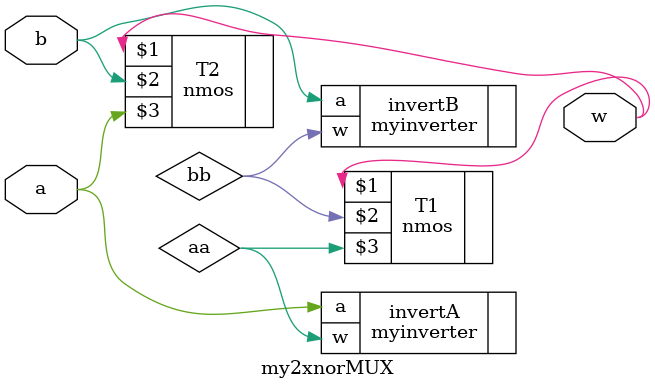
<source format=v>
 `timescale 1ns/1ns
module my2xnorMUX (input a, b, output w);
	wire aa;
	wire bb;
	myinverter invertA (.a(a), .w(aa));
	myinverter invertB (.a(b), .w(bb));
	nmos #(3,4,5) T1(w, bb, aa);
	nmos #(3,4,5) T2(w, b, a);
endmodule
</source>
